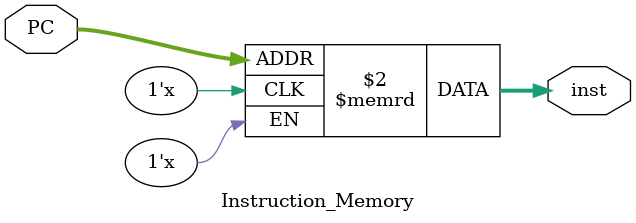
<source format=v>
module Instruction_Memory (
input [31:0] PC,
output reg [31:0] inst);
// reg [7:0] memory[199:0];
reg[31:0] memory[199:0];   

always @ (PC)
//inst = {memory[PC],memory[PC+1],memory[PC+2],memory[PC+3]);
inst = memory[PC];
endmodule
</source>
